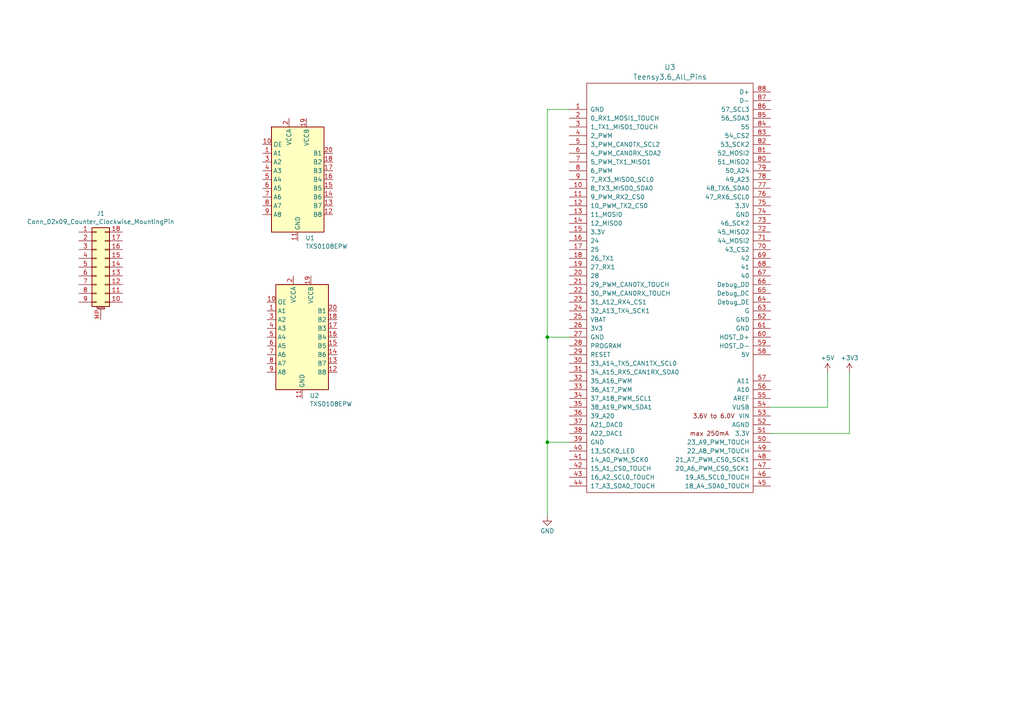
<source format=kicad_sch>
(kicad_sch (version 20231120) (generator "eeschema") (generator_version "8.0")
  (paper "A4")
  (lib_symbols
    (symbol "Connector_Generic_MountingPin:Conn_02x09_Counter_Clockwise_MountingPin" (pin_names (offset 1.016) hide)
      (property "Reference" "J" (at 1.27 12.7 0))
      (property "Value" "Conn_02x09_Counter_Clockwise_MountingPin" (at 2.54 -12.7 0))
      (symbol "Conn_02x09_Counter_Clockwise_MountingPin_1_1"
        (rectangle (start -1.27 -10.033) (end 0 -10.287) (stroke (width 0.1524)))
        (rectangle (start -1.27 -7.493) (end 0 -7.747) (stroke (width 0.1524)))
        (rectangle (start -1.27 -4.953) (end 0 -5.207) (stroke (width 0.1524)))
        (rectangle (start -1.27 -2.413) (end 0 -2.667) (stroke (width 0.1524)))
        (rectangle (start -1.27 0.127) (end 0 -0.127) (stroke (width 0.1524)))
        (rectangle (start -1.27 2.667) (end 0 2.413) (stroke (width 0.1524)))
        (rectangle (start -1.27 5.207) (end 0 4.953) (stroke (width 0.1524)))
        (rectangle (start -1.27 7.747) (end 0 7.493) (stroke (width 0.1524)))
        (rectangle (start -1.27 10.287) (end 0 10.033) (stroke (width 0.1524)))
        (rectangle (start -1.27 11.43) (end 3.81 -11.43) (stroke (width 0.254)) (fill (type background)))
        (polyline (pts (xy 0.254 -12.192) (xy 2.286 -12.192)) (stroke (width 0.1524)))
        (rectangle (start 3.81 -10.033) (end 2.54 -10.287) (stroke (width 0.1524)))
        (rectangle (start 3.81 -7.493) (end 2.54 -7.747) (stroke (width 0.1524)))
        (rectangle (start 3.81 -4.953) (end 2.54 -5.207) (stroke (width 0.1524)))
        (rectangle (start 3.81 -2.413) (end 2.54 -2.667) (stroke (width 0.1524)))
        (rectangle (start 3.81 0.127) (end 2.54 -0.127) (stroke (width 0.1524)))
        (rectangle (start 3.81 2.667) (end 2.54 2.413) (stroke (width 0.1524)))
        (rectangle (start 3.81 5.207) (end 2.54 4.953) (stroke (width 0.1524)))
        (rectangle (start 3.81 7.747) (end 2.54 7.493) (stroke (width 0.1524)))
        (rectangle (start 3.81 10.287) (end 2.54 10.033) (stroke (width 0.1524)))
        (text "Mounting" (at 1.27 -11.811 0) (effects (font (size 0.381 0.381))))
        (pin passive line (at -5.08 10.16 0) (length 3.81) (name "Pin_1") (number "1"))
        (pin passive line (at 7.62 -10.16 180) (length 3.81) (name "Pin_10") (number "10"))
        (pin passive line (at 7.62 -7.62 180) (length 3.81) (name "Pin_11") (number "11"))
        (pin passive line (at 7.62 -5.08 180) (length 3.81) (name "Pin_12") (number "12"))
        (pin passive line (at 7.62 -2.54 180) (length 3.81) (name "Pin_13") (number "13"))
        (pin passive line (at 7.62 0 180) (length 3.81) (name "Pin_14") (number "14"))
        (pin passive line (at 7.62 2.54 180) (length 3.81) (name "Pin_15") (number "15"))
        (pin passive line (at 7.62 5.08 180) (length 3.81) (name "Pin_16") (number "16"))
        (pin passive line (at 7.62 7.62 180) (length 3.81) (name "Pin_17") (number "17"))
        (pin passive line (at 7.62 10.16 180) (length 3.81) (name "Pin_18") (number "18"))
        (pin passive line (at -5.08 7.62 0) (length 3.81) (name "Pin_2") (number "2"))
        (pin passive line (at -5.08 5.08 0) (length 3.81) (name "Pin_3") (number "3"))
        (pin passive line (at -5.08 2.54 0) (length 3.81) (name "Pin_4") (number "4"))
        (pin passive line (at -5.08 0 0) (length 3.81) (name "Pin_5") (number "5"))
        (pin passive line (at -5.08 -2.54 0) (length 3.81) (name "Pin_6") (number "6"))
        (pin passive line (at -5.08 -5.08 0) (length 3.81) (name "Pin_7") (number "7"))
        (pin passive line (at -5.08 -7.62 0) (length 3.81) (name "Pin_8") (number "8"))
        (pin passive line (at -5.08 -10.16 0) (length 3.81) (name "Pin_9") (number "9"))
        (pin passive line (at 1.27 -15.24 90) (length 3.048) (name "MountPin") (number "MP"))
      )
    )
    (symbol "Logic_LevelTranslator:TXS0108EPW"
      (property "Reference" "U" (at -6.35 16.51 0))
      (property "Value" "TXS0108EPW" (at 3.81 16.51 0))
      (symbol "TXS0108EPW_0_1"
        (rectangle (start -7.62 15.24) (end 7.62 -15.24) (stroke (width 0.254)) (fill (type background)))
      )
      (symbol "TXS0108EPW_1_1"
        (pin bidirectional line (at -10.16 7.62 0) (length 2.54) (name "A1") (number "1"))
        (pin input line (at -10.16 10.16 0) (length 2.54) (name "OE") (number "10"))
        (pin power_in line (at 0 -17.78 90) (length 2.54) (name "GND") (number "11"))
        (pin bidirectional line (at 10.16 -10.16 180) (length 2.54) (name "B8") (number "12"))
        (pin bidirectional line (at 10.16 -7.62 180) (length 2.54) (name "B7") (number "13"))
        (pin bidirectional line (at 10.16 -5.08 180) (length 2.54) (name "B6") (number "14"))
        (pin bidirectional line (at 10.16 -2.54 180) (length 2.54) (name "B5") (number "15"))
        (pin bidirectional line (at 10.16 0 180) (length 2.54) (name "B4") (number "16"))
        (pin bidirectional line (at 10.16 2.54 180) (length 2.54) (name "B3") (number "17"))
        (pin bidirectional line (at 10.16 5.08 180) (length 2.54) (name "B2") (number "18"))
        (pin power_in line (at 2.54 17.78 270) (length 2.54) (name "VCCB") (number "19"))
        (pin power_in line (at -2.54 17.78 270) (length 2.54) (name "VCCA") (number "2"))
        (pin bidirectional line (at 10.16 7.62 180) (length 2.54) (name "B1") (number "20"))
        (pin bidirectional line (at -10.16 5.08 0) (length 2.54) (name "A2") (number "3"))
        (pin bidirectional line (at -10.16 2.54 0) (length 2.54) (name "A3") (number "4"))
        (pin bidirectional line (at -10.16 0 0) (length 2.54) (name "A4") (number "5"))
        (pin bidirectional line (at -10.16 -2.54 0) (length 2.54) (name "A5") (number "6"))
        (pin bidirectional line (at -10.16 -5.08 0) (length 2.54) (name "A6") (number "7"))
        (pin bidirectional line (at -10.16 -7.62 0) (length 2.54) (name "A7") (number "8"))
        (pin bidirectional line (at -10.16 -10.16 0) (length 2.54) (name "A8") (number "9"))
      )
    )
    (symbol "power:+3V3" (power) (pin_numbers hide) (pin_names (offset 0) hide)
      (property "Value" "+3V3" (at 0 3.556 0))
      (symbol "+3V3_0_1"
        (polyline (pts (xy -0.762 1.27) (xy 0 2.54)))
        (polyline (pts (xy 0 0) (xy 0 2.54)))
        (polyline (pts (xy 0 2.54) (xy 0.762 1.27)))
      )
      (symbol "+3V3_1_1"
        (pin power_in line (at 0 0 90) (length 0) (name "~") (number "1"))
      )
    )
    (symbol "power:+5V" (power) (pin_numbers hide) (pin_names (offset 0) hide)
      (property "Value" "+5V" (at 0 3.556 0))
      (symbol "+5V_0_1"
        (polyline (pts (xy -0.762 1.27) (xy 0 2.54)))
        (polyline (pts (xy 0 0) (xy 0 2.54)))
        (polyline (pts (xy 0 2.54) (xy 0.762 1.27)))
      )
      (symbol "+5V_1_1"
        (pin power_in line (at 0 0 90) (length 0) (name "~") (number "1"))
      )
    )
    (symbol "power:GND" (power) (pin_numbers hide) (pin_names (offset 0) hide)
      (property "Value" "GND" (at 0 -3.81 0))
      (symbol "GND_0_1"
        (polyline (pts (xy 0 0) (xy 0 -1.27) (xy 1.27 -1.27) (xy 0 -2.54) (xy -1.27 -1.27) (xy 0 -1.27)))
      )
      (symbol "GND_1_1"
        (pin power_in line (at 0 0 270) (length 0) (name "~") (number "1"))
      )
    )
    (symbol "teensy:Teensy3.6_All_Pins" (pin_names (offset 1.016))
      (property "Reference" "U" (at 0 64.135 0))
      (property "Value" "Teensy3.6_All_Pins" (at 0 -59.69 0))
      (symbol "Teensy3.6_All_Pins_0_0"
        (rectangle (start -24.13 62.23) (end 24.13 -56.515))
        (text "3.6V to 6.0V" (at 12.7 -34.29 0) (effects (font (size 1.27 1.27))))
        (text "max 250mA" (at 11.43 -39.37 0) (effects (font (size 1.27 1.27))))
      )
      (symbol "Teensy3.6_All_Pins_1_1"
        (pin power_in line (at -29.21 54.61 0) (length 5.08) (name "GND") (number "1"))
        (pin bidirectional line (at -29.21 31.75 0) (length 5.08) (name "8_TX3_MISO0_SDA0") (number "10"))
        (pin bidirectional line (at -29.21 29.21 0) (length 5.08) (name "9_PWM_RX2_CS0") (number "11"))
        (pin bidirectional line (at -29.21 26.67 0) (length 5.08) (name "10_PWM_TX2_CS0") (number "12"))
        (pin bidirectional line (at -29.21 24.13 0) (length 5.08) (name "11_MOSI0") (number "13"))
        (pin bidirectional line (at -29.21 21.59 0) (length 5.08) (name "12_MISO0") (number "14"))
        (pin power_in line (at -29.21 19.05 0) (length 5.08) (name "3.3V") (number "15"))
        (pin bidirectional line (at -29.21 16.51 0) (length 5.08) (name "24") (number "16"))
        (pin bidirectional line (at -29.21 13.97 0) (length 5.08) (name "25") (number "17"))
        (pin bidirectional line (at -29.21 11.43 0) (length 5.08) (name "26_TX1") (number "18"))
        (pin bidirectional line (at -29.21 8.89 0) (length 5.08) (name "27_RX1") (number "19"))
        (pin bidirectional line (at -29.21 52.07 0) (length 5.08) (name "0_RX1_MOSI1_TOUCH") (number "2"))
        (pin bidirectional line (at -29.21 6.35 0) (length 5.08) (name "28") (number "20"))
        (pin bidirectional line (at -29.21 3.81 0) (length 5.08) (name "29_PWM_CAN0TX_TOUCH") (number "21"))
        (pin bidirectional line (at -29.21 1.27 0) (length 5.08) (name "30_PWM_CAN0RX_TOUCH") (number "22"))
        (pin bidirectional line (at -29.21 -1.27 0) (length 5.08) (name "31_A12_RX4_CS1") (number "23"))
        (pin bidirectional line (at -29.21 -3.81 0) (length 5.08) (name "32_A13_TX4_SCK1") (number "24"))
        (pin power_in line (at -29.21 -6.35 0) (length 5.08) (name "VBAT") (number "25"))
        (pin power_in line (at -29.21 -8.89 0) (length 5.08) (name "3V3") (number "26"))
        (pin power_in line (at -29.21 -11.43 0) (length 5.08) (name "GND") (number "27"))
        (pin input line (at -29.21 -13.97 0) (length 5.08) (name "PROGRAM") (number "28"))
        (pin input line (at -29.21 -16.51 0) (length 5.08) (name "RESET") (number "29"))
        (pin bidirectional line (at -29.21 49.53 0) (length 5.08) (name "1_TX1_MISO1_TOUCH") (number "3"))
        (pin bidirectional line (at -29.21 -19.05 0) (length 5.08) (name "33_A14_TX5_CAN1TX_SCL0") (number "30"))
        (pin bidirectional line (at -29.21 -21.59 0) (length 5.08) (name "34_A15_RX5_CAN1RX_SDA0") (number "31"))
        (pin bidirectional line (at -29.21 -24.13 0) (length 5.08) (name "35_A16_PWM") (number "32"))
        (pin bidirectional line (at -29.21 -26.67 0) (length 5.08) (name "36_A17_PWM") (number "33"))
        (pin bidirectional line (at -29.21 -29.21 0) (length 5.08) (name "37_A18_PWM_SCL1") (number "34"))
        (pin bidirectional line (at -29.21 -31.75 0) (length 5.08) (name "38_A19_PWM_SDA1") (number "35"))
        (pin bidirectional line (at -29.21 -34.29 0) (length 5.08) (name "39_A20") (number "36"))
        (pin bidirectional line (at -29.21 -36.83 0) (length 5.08) (name "A21_DAC0") (number "37"))
        (pin bidirectional line (at -29.21 -39.37 0) (length 5.08) (name "A22_DAC1") (number "38"))
        (pin power_in line (at -29.21 -41.91 0) (length 5.08) (name "GND") (number "39"))
        (pin bidirectional line (at -29.21 46.99 0) (length 5.08) (name "2_PWM") (number "4"))
        (pin bidirectional line (at -29.21 -44.45 0) (length 5.08) (name "13_SCK0_LED") (number "40"))
        (pin bidirectional line (at -29.21 -46.99 0) (length 5.08) (name "14_A0_PWM_SCK0") (number "41"))
        (pin bidirectional line (at -29.21 -49.53 0) (length 5.08) (name "15_A1_CS0_TOUCH") (number "42"))
        (pin bidirectional line (at -29.21 -52.07 0) (length 5.08) (name "16_A2_SCL0_TOUCH") (number "43"))
        (pin bidirectional line (at -29.21 -54.61 0) (length 5.08) (name "17_A3_SDA0_TOUCH") (number "44"))
        (pin bidirectional line (at 29.21 -54.61 180) (length 5.08) (name "18_A4_SDA0_TOUCH") (number "45"))
        (pin bidirectional line (at 29.21 -52.07 180) (length 5.08) (name "19_A5_SCL0_TOUCH") (number "46"))
        (pin bidirectional line (at 29.21 -49.53 180) (length 5.08) (name "20_A6_PWM_CS0_SCK1") (number "47"))
        (pin bidirectional line (at 29.21 -46.99 180) (length 5.08) (name "21_A7_PWM_CS0_SCK1") (number "48"))
        (pin bidirectional line (at 29.21 -44.45 180) (length 5.08) (name "22_A8_PWM_TOUCH") (number "49"))
        (pin bidirectional line (at -29.21 44.45 0) (length 5.08) (name "3_PWM_CAN0TX_SCL2") (number "5"))
        (pin bidirectional line (at 29.21 -41.91 180) (length 5.08) (name "23_A9_PWM_TOUCH") (number "50"))
        (pin power_out line (at 29.21 -39.37 180) (length 5.08) (name "3.3V") (number "51"))
        (pin power_out line (at 29.21 -36.83 180) (length 5.08) (name "AGND") (number "52"))
        (pin power_in line (at 29.21 -34.29 180) (length 5.08) (name "VIN") (number "53"))
        (pin power_in line (at 29.21 -31.75 180) (length 5.08) (name "VUSB") (number "54"))
        (pin input line (at 29.21 -29.21 180) (length 5.08) (name "AREF") (number "55"))
        (pin bidirectional line (at 29.21 -26.67 180) (length 5.08) (name "A10") (number "56"))
        (pin bidirectional line (at 29.21 -24.13 180) (length 5.08) (name "A11") (number "57"))
        (pin power_in line (at 29.21 -16.51 180) (length 5.08) (name "5V") (number "58"))
        (pin bidirectional line (at 29.21 -13.97 180) (length 5.08) (name "HOST_D-") (number "59"))
        (pin bidirectional line (at -29.21 41.91 0) (length 5.08) (name "4_PWM_CAN0RX_SDA2") (number "6"))
        (pin bidirectional line (at 29.21 -11.43 180) (length 5.08) (name "HOST_D+") (number "60"))
        (pin power_in line (at 29.21 -8.89 180) (length 5.08) (name "GND") (number "61"))
        (pin power_in line (at 29.21 -6.35 180) (length 5.08) (name "GND") (number "62"))
        (pin power_in line (at 29.21 -3.81 180) (length 5.08) (name "G") (number "63"))
        (pin input line (at 29.21 -1.27 180) (length 5.08) (name "Debug_DE") (number "64"))
        (pin input line (at 29.21 1.27 180) (length 5.08) (name "Debug_DC") (number "65"))
        (pin input line (at 29.21 3.81 180) (length 5.08) (name "Debug_DD") (number "66"))
        (pin bidirectional line (at 29.21 6.35 180) (length 5.08) (name "40") (number "67"))
        (pin bidirectional line (at 29.21 8.89 180) (length 5.08) (name "41") (number "68"))
        (pin bidirectional line (at 29.21 11.43 180) (length 5.08) (name "42") (number "69"))
        (pin bidirectional line (at -29.21 39.37 0) (length 5.08) (name "5_PWM_TX1_MISO1") (number "7"))
        (pin bidirectional line (at 29.21 13.97 180) (length 5.08) (name "43_CS2") (number "70"))
        (pin bidirectional line (at 29.21 16.51 180) (length 5.08) (name "44_MOSI2") (number "71"))
        (pin bidirectional line (at 29.21 19.05 180) (length 5.08) (name "45_MISO2") (number "72"))
        (pin bidirectional line (at 29.21 21.59 180) (length 5.08) (name "46_SCK2") (number "73"))
        (pin power_in line (at 29.21 24.13 180) (length 5.08) (name "GND") (number "74"))
        (pin power_in line (at 29.21 26.67 180) (length 5.08) (name "3.3V") (number "75"))
        (pin bidirectional line (at 29.21 29.21 180) (length 5.08) (name "47_RX6_SCL0") (number "76"))
        (pin bidirectional line (at 29.21 31.75 180) (length 5.08) (name "48_TX6_SDA0") (number "77"))
        (pin bidirectional line (at 29.21 34.29 180) (length 5.08) (name "49_A23") (number "78"))
        (pin bidirectional line (at 29.21 36.83 180) (length 5.08) (name "50_A24") (number "79"))
        (pin bidirectional line (at -29.21 36.83 0) (length 5.08) (name "6_PWM") (number "8"))
        (pin bidirectional line (at 29.21 39.37 180) (length 5.08) (name "51_MISO2") (number "80"))
        (pin bidirectional line (at 29.21 41.91 180) (length 5.08) (name "52_MOSI2") (number "81"))
        (pin bidirectional line (at 29.21 44.45 180) (length 5.08) (name "53_SCK2") (number "82"))
        (pin bidirectional line (at 29.21 46.99 180) (length 5.08) (name "54_CS2") (number "83"))
        (pin bidirectional line (at 29.21 49.53 180) (length 5.08) (name "55") (number "84"))
        (pin bidirectional line (at 29.21 52.07 180) (length 5.08) (name "56_SDA3") (number "85"))
        (pin bidirectional line (at 29.21 54.61 180) (length 5.08) (name "57_SCL3") (number "86"))
        (pin input line (at 29.21 57.15 180) (length 5.08) (name "D-") (number "87"))
        (pin input line (at 29.21 59.69 180) (length 5.08) (name "D+") (number "88"))
        (pin bidirectional line (at -29.21 34.29 0) (length 5.08) (name "7_RX3_MISO0_SCL0") (number "9"))
      )
    )
  )
  (junction (at 158.75 128.27))
  (junction (at 158.75 97.79))
  (wire (pts (xy 223.52 125.73) (xy 246.38 125.73)))
  (wire (pts (xy 158.75 128.27) (xy 165.1 128.27)))
  (wire (pts (xy 246.38 125.73) (xy 246.38 107.95)))
  (wire (pts (xy 158.75 97.79) (xy 165.1 97.79)))
  (wire (pts (xy 158.75 128.27) (xy 158.75 149.86)))
  (wire (pts (xy 223.52 118.11) (xy 240.03 118.11)))
  (wire (pts (xy 158.75 97.79) (xy 158.75 128.27)))
  (wire (pts (xy 158.75 31.75) (xy 158.75 97.79)))
  (wire (pts (xy 240.03 107.95) (xy 240.03 118.11)))
  (wire (pts (xy 165.1 31.75) (xy 158.75 31.75)))
  (symbol (lib_id "power:GND") (at 158.75 149.86 0) (unit 1)
    (property "Reference" "#PWR01" (effects (hide yes)))
    (property "Value" "GND" (at 158.75 153.9931 0))
    (property "Description" "Power symbol creates a global label with name \"GND\" , ground" (effects (hide yes)))
  )
  (symbol (lib_id "power:+5V") (at 240.03 107.95 0) (unit 1)
    (property "Reference" "#PWR02" (effects (hide yes)))
    (property "Value" "+5V" (at 240.03 103.8169 0))
    (property "Description" "Power symbol creates a global label with name \"+5V\"" (effects (hide yes)))
  )
  (symbol (lib_id "Connector_Generic_MountingPin:Conn_02x09_Counter_Clockwise_MountingPin") (at 27.94 77.47 0) (unit 1)
    (property "Reference" "J1" (at 29.21 61.8955 0))
    (property "Value" "Conn_02x09_Counter_Clockwise_MountingPin" (at 29.21 64.3198 0))
    (property "Description" "Generic connectable mounting pin connector, double row, 02x09, counter clockwise pin numbering scheme (similar to DIP package numbering), script generated (kicad-library-utils/schlib/autogen/connector/)" (effects (hide yes)))
  )
  (symbol (lib_id "teensy:Teensy3.6_All_Pins") (at 194.31 86.36 0) (unit 1)
    (property "Reference" "U3" (at 194.31 19.4996 0) (effects (font (size 1.524 1.524))))
    (property "Value" "Teensy3.6_All_Pins" (at 194.31 22.3325 0) (effects (font (size 1.524 1.524))))
  )
  (symbol (lib_id "Logic_LevelTranslator:TXS0108EPW") (at 86.36 52.07 0) (unit 1)
    (property "Reference" "U1" (at 88.5541 69.0301 0) (effects (justify left)))
    (property "Value" "TXS0108EPW" (at 88.5541 71.4544 0) (effects (justify left)))
    (property "Footprint" "Package_SO:TSSOP-20_4.4x6.5mm_P0.65mm" (effects (hide yes)))
    (property "Datasheet" "www.ti.com/lit/ds/symlink/txs0108e.pdf" (effects (hide yes)))
    (property "Description" "Bidirectional  level-shifting voltage translator, TSSOP-20" (effects (hide yes)))
  )
  (symbol (lib_id "Logic_LevelTranslator:TXS0108EPW") (at 87.63 97.79 0) (unit 1)
    (property "Reference" "U2" (at 89.8241 114.7501 0) (effects (justify left)))
    (property "Value" "TXS0108EPW" (at 89.8241 117.1744 0) (effects (justify left)))
    (property "Footprint" "Package_SO:TSSOP-20_4.4x6.5mm_P0.65mm" (effects (hide yes)))
    (property "Datasheet" "www.ti.com/lit/ds/symlink/txs0108e.pdf" (effects (hide yes)))
    (property "Description" "Bidirectional  level-shifting voltage translator, TSSOP-20" (effects (hide yes)))
  )
  (symbol (lib_id "power:+3V3") (at 246.38 107.95 0) (unit 1)
    (property "Reference" "#PWR03" (effects (hide yes)))
    (property "Value" "+3V3" (at 246.38 103.8169 0))
    (property "Description" "Power symbol creates a global label with name \"+3V3\"" (effects (hide yes)))
  )
)
</source>
